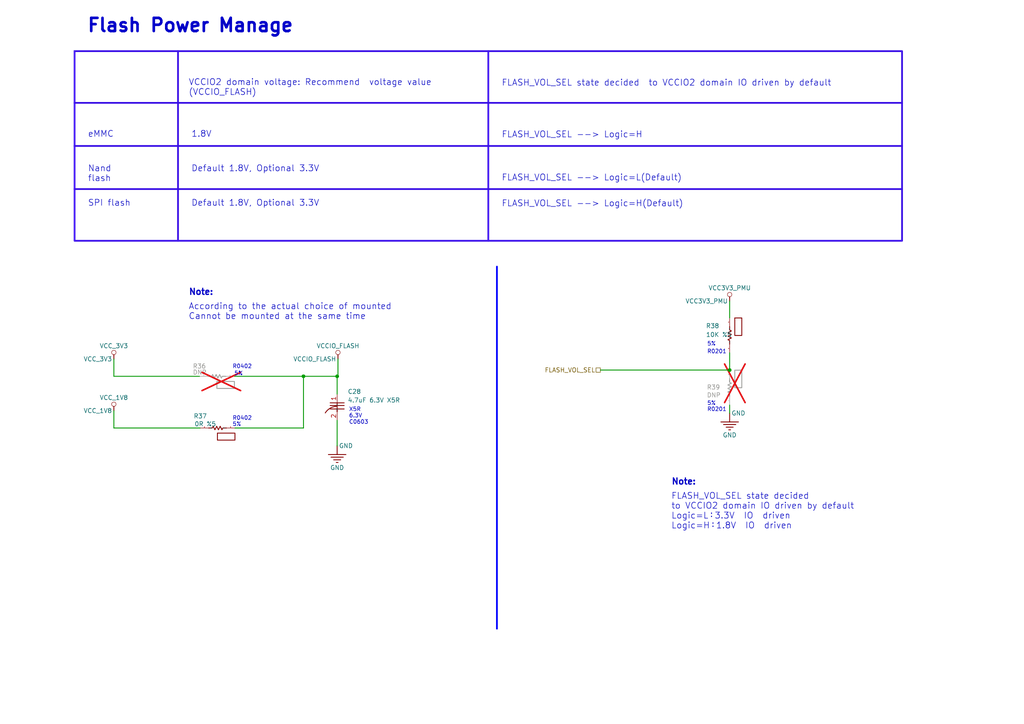
<source format=kicad_sch>
(kicad_sch (version 20230819) (generator eeschema)
  (paper "A4")
  (lib_symbols
    (symbol "cm3568 LPDDR4-altium-import:GND" (power)
      (property "Reference" "#PWR" (at 0 0 0))
      (property "Value" "GND" (at 0 6.35 0))
      (symbol "GND_0_0"
        (polyline (pts (xy -2.54 -2.54) (xy 2.54 -2.54)) (stroke (width 0.254)))
        (polyline (pts (xy -1.778 -3.302) (xy 1.778 -3.302)) (stroke (width 0.254)))
        (polyline (pts (xy -1.016 -4.064) (xy 1.016 -4.064)) (stroke (width 0.254)))
        (polyline (pts (xy -0.254 -4.826) (xy 0.254 -4.826)) (stroke (width 0.254)))
        (polyline (pts (xy 0 0) (xy 0 -2.54)) (stroke (width 0.254)))
        (pin power_in line (at 0 0 0) (length 0) (name "GND") (number ""))
      )
    )
    (symbol "cm3568 LPDDR4-altium-import:VCC3V3_PMU" (power)
      (property "Reference" "#PWR" (at 0 0 0))
      (property "Value" "VCC3V3_PMU" (at 0 3.81 0))
      (symbol "VCC3V3_PMU_0_0"
        (circle (center 0 -1.905) (radius 0.635) (stroke (width 0.127)))
        (polyline (pts (xy 0 0) (xy 0 -1.27)) (stroke (width 0.254)))
        (pin power_in line (at 0 0 0) (length 0) (name "VCC3V3_PMU") (number ""))
      )
    )
    (symbol "cm3568 LPDDR4-altium-import:VCCIO_FLASH" (power)
      (property "Reference" "#PWR" (at 0 0 0))
      (property "Value" "VCCIO_FLASH" (at 0 3.81 0))
      (symbol "VCCIO_FLASH_0_0"
        (circle (center 0 -1.905) (radius 0.635) (stroke (width 0.127)))
        (polyline (pts (xy 0 0) (xy 0 -1.27)) (stroke (width 0.254)))
        (pin power_in line (at 0 0 0) (length 0) (name "VCCIO_FLASH") (number ""))
      )
    )
    (symbol "cm3568 LPDDR4-altium-import:VCC_1V8" (power)
      (property "Reference" "#PWR" (at 0 0 0))
      (property "Value" "VCC_1V8" (at 0 3.81 0))
      (symbol "VCC_1V8_0_0"
        (circle (center 0 -1.905) (radius 0.635) (stroke (width 0.127)))
        (polyline (pts (xy 0 0) (xy 0 -1.27)) (stroke (width 0.254)))
        (pin power_in line (at 0 0 0) (length 0) (name "VCC_1V8") (number ""))
      )
    )
    (symbol "cm3568 LPDDR4-altium-import:VCC_3V3" (power)
      (property "Reference" "#PWR" (at 0 0 0))
      (property "Value" "VCC_3V3" (at 0 3.81 0))
      (symbol "VCC_3V3_0_0"
        (circle (center 0 -1.905) (radius 0.635) (stroke (width 0.127)))
        (polyline (pts (xy 0 0) (xy 0 -1.27)) (stroke (width 0.254)))
        (pin power_in line (at 0 0 0) (length 0) (name "VCC_3V3") (number ""))
      )
    )
    (symbol "cm3568 LPDDR4-altium-import:root_0_R0402_0R"
      (symbol "root_0_R0402_0R_1_0"
        (polyline (pts (xy 2.58 -0.04) (xy 1.564 -0.04) (xy 1.31 -0.548) (xy 0.802 0.468) (xy 0.294 -0.548) (xy -0.214 0.468) (xy -0.722 -0.548) (xy -1.23 0.468) (xy -1.484 -0.04) (xy -2.5 -0.04)) (stroke (width 0.254)))
        (rectangle (start 5.08 -1.524) (end 0 -3.556) (stroke (width 0.254)))
        (pin passive line (at -5.04 -0.04 0) (length 2.54) (name "1") (number "1"))
        (pin passive line (at 5.12 -0.04 180) (length 2.54) (name "2") (number "2"))
      )
    )
    (symbol "cm3568 LPDDR4-altium-import:root_0_R0402_NC"
      (symbol "root_0_R0402_NC_1_0"
        (polyline (pts (xy 2.58 -0.04) (xy 1.564 -0.04) (xy 1.31 -0.548) (xy 0.802 0.468) (xy 0.294 -0.548) (xy -0.214 0.468) (xy -0.722 -0.548) (xy -1.23 0.468) (xy -1.484 -0.04) (xy -2.5 -0.04)) (stroke (width 0.254)))
        (rectangle (start 5.08 -1.524) (end 0 -3.556) (stroke (width 0.254)))
        (pin passive line (at -5.04 -0.04 0) (length 2.54) (name "1") (number "1"))
        (pin passive line (at 5.12 -0.04 180) (length 2.54) (name "2") (number "2"))
      )
    )
    (symbol "cm3568 LPDDR4-altium-import:root_1_R0201_10K"
      (symbol "root_1_R0201_10K_1_0"
        (polyline (pts (xy 0.04 2.58) (xy 0.04 1.564) (xy 0.548 1.31) (xy -0.468 0.802) (xy 0.548 0.294) (xy -0.468 -0.214) (xy 0.548 -0.722) (xy -0.468 -1.23) (xy 0.04 -1.484) (xy 0.04 -2.5)) (stroke (width 0.254)))
        (rectangle (start 3.556 5.08) (end 1.524 0) (stroke (width 0.254)))
        (pin passive line (at 0.04 -5.04 90) (length 2.54) (name "1") (number "1"))
        (pin passive line (at 0.04 5.12 270) (length 2.54) (name "2") (number "2"))
      )
    )
    (symbol "cm3568 LPDDR4-altium-import:root_1_R0201_NC"
      (symbol "root_1_R0201_NC_1_0"
        (polyline (pts (xy 0.04 2.58) (xy 0.04 1.564) (xy 0.548 1.31) (xy -0.468 0.802) (xy 0.548 0.294) (xy -0.468 -0.214) (xy 0.548 -0.722) (xy -0.468 -1.23) (xy 0.04 -1.484) (xy 0.04 -2.5)) (stroke (width 0.254)))
        (rectangle (start 3.556 5.08) (end 1.524 0) (stroke (width 0.254)))
        (pin passive line (at 0.04 -5.04 90) (length 2.54) (name "1") (number "1"))
        (pin passive line (at 0.04 5.12 270) (length 2.54) (name "2") (number "2"))
      )
    )
    (symbol "cm3568 LPDDR4-altium-import:root_3_C0603_10uF"
      (symbol "root_3_C0603_10uF_1_0"
        (arc (start -4.5103 -1.5255) (mid -5.3375 -2.132) (end -5.9865 -2.9264) (stroke (width 0.254)))
        (arc (start -2.54 -1.016) (mid -3.5575 -1.1454) (end -4.5103 -1.5255) (stroke (width 0.254)))
        (polyline (pts (xy -4.572 -0.762) (xy -0.508 -0.762)) (stroke (width 0.254)))
        (polyline (pts (xy -4.572 0) (xy -0.508 0)) (stroke (width 0.254)))
        (polyline (pts (xy -2.54 -2.54) (xy -2.54 -1.778)) (stroke (width 0.254)))
        (polyline (pts (xy -2.54 -1.016) (xy -2.54 -2.54)) (stroke (width 0.254)))
        (polyline (pts (xy -2.54 0) (xy -2.54 -0.762)) (stroke (width 0.254)))
        (polyline (pts (xy -0.508 -1.778) (xy -4.572 -1.778)) (stroke (width 0.254)))
        (pin passive line (at -2.54 2.54 270) (length 2.54) (name "1") (number "1"))
        (pin passive line (at -2.54 -5.08 90) (length 2.54) (name "2") (number "2"))
      )
    )
  )
  (junction (at 88.02 109.14))
  (junction (at 211.63 107.336))
  (junction (at 97.79 109.14))
  (wire (pts (xy 174.13 107.336) (xy 211.63 107.336)) (stroke (width 0.254)))
  (wire (pts (xy 97.79 129.3) (xy 97.79 121.92)) (stroke (width 0.254)))
  (wire (pts (xy 57.86 109.14) (xy 33.02 109.14)) (stroke (width 0.254)))
  (wire (pts (xy 58.02 124.14) (xy 33.02 124.14)) (stroke (width 0.254)))
  (wire (pts (xy 33.02 124.14) (xy 33.02 119.14)) (stroke (width 0.254)))
  (polyline (pts (xy 51.63 14.836) (xy 51.63 69.836)) (stroke (width 0.508) (type solid) (color 56 13 230 1)))
  (wire (pts (xy 88.02 109.14) (xy 97.79 109.14)) (stroke (width 0.254)))
  (wire (pts (xy 88.02 124.14) (xy 88.02 109.14)) (stroke (width 0.254)))
  (wire (pts (xy 33.02 109.14) (xy 33.02 104.14)) (stroke (width 0.254)))
  (wire (pts (xy 211.63 107.336) (xy 211.63 102.336)) (stroke (width 0.254)))
  (polyline (pts (xy 21.63 29.836) (xy 261.63 29.836)) (stroke (width 0.508) (type solid) (color 56 13 230 1)))
  (wire (pts (xy 68.02 109.14) (xy 88.02 109.14)) (stroke (width 0.254)))
  (polyline (pts (xy 21.63 54.836) (xy 261.63 54.836)) (stroke (width 0.508) (type solid) (color 56 13 230 1)))
  (wire (pts (xy 68.18 124.14) (xy 88.02 124.14)) (stroke (width 0.254)))
  (wire (pts (xy 211.63 119.836) (xy 211.63 117.496)) (stroke (width 0.254)))
  (wire (pts (xy 211.63 92.176) (xy 211.63 87.336)) (stroke (width 0.254)))
  (polyline (pts (xy 144.13 77.336) (xy 144.13 182.336)) (stroke (width 0.508) (type solid) (color 0 0 255 1)))
  (wire (pts (xy 97.79 109.14) (xy 98.02 109.14)) (stroke (width 0.254)))
  (polyline (pts (xy 141.63 14.836) (xy 141.63 69.836)) (stroke (width 0.508) (type solid) (color 56 13 230 1)))
  (wire (pts (xy 97.79 114.3) (xy 97.79 109.14)) (stroke (width 0.254)))
  (polyline (pts (xy 21.63 42.336) (xy 261.63 42.336)) (stroke (width 0.508) (type solid) (color 56 13 230 1)))
  (wire (pts (xy 98.02 109.14) (xy 98.02 104.14)) (stroke (width 0.254)))
  (rectangle (start 261.63 14.836) (end 21.63 69.836) (stroke (width 0.508) (color 56 13 230 1)))
  (text_box "R0201" (at 204.216 100.33 0) (size 7.5 3.048) (stroke (width -0.0001) (color 0 0 0 1)) (effects (font (size 1.143 1.143)) (justify left top)))
  (text_box "SPI flash" (at 41.63 56.374 0) (size -17.5 5.962) (stroke (width -0.0001) (color 0 0 0 1)) (effects (font (size 1.778 1.778)) (justify left top)))
  (text_box "R0402" (at 66.548 104.648 0) (size 7.5 3.048) (stroke (width -0.0001) (color 0 0 0 1)) (effects (font (size 1.143 1.143)) (justify left top)))
  (text_box "Flash Power Manage" (at 116.194 2.186 0) (size -94 10.16) (stroke (width -0.0001) (color 0 0 0 1)) (effects (font (size 3.81 3.81) bold) (justify left top)))
  (text_box "5%" (at 66.548 121.412 0) (size 5.922 5.294) (stroke (width -0.0001) (color 0 0 0 1)) (effects (font (size 1.143 1.143)) (justify left top)))
  (text_box "X5R\n6.3V\nC0603" (at 100.33 117.094 0) (size 7.5 8.048) (stroke (width -0.0001) (color 0 0 0 1)) (effects (font (size 1.143 1.143)) (justify left top)))
  (text_box "Nand flash" (at 41.63 46.374 0) (size -17.5 5.962) (stroke (width -0.0001) (color 0 0 0 1)) (effects (font (size 1.778 1.778)) (justify left top)))
  (text_box "FLASH_VOL_SEL state decided  to VCCIO2 domain IO driven by default" (at 244.13 21.53 0) (size -100 8.306) (stroke (width -0.0001) (color 0 0 0 1)) (effects (font (size 1.778 1.778)) (justify left top)))
  (text_box "Note:" (at 203.242 137.216 0) (size -9.906 4.492) (stroke (width -0.0001) (color 0 0 0 1)) (effects (font (size 1.778 1.778) bold) (justify left top)))
  (text_box "5%" (at 67.056 106.68 0) (size 5.922 5.294) (stroke (width -0.0001) (color 0 0 0 1)) (effects (font (size 1.143 1.143)) (justify left top)))
  (text_box "Default 1.8V, Optional 3.3V" (at 129.13 56.374 0) (size -75 5.962) (stroke (width -0.0001) (color 0 0 0 1)) (effects (font (size 1.778 1.778)) (justify left top)))
  (text_box "eMMC" (at 37.424 36.374 0) (size -13.294 5.962) (stroke (width -0.0001) (color 0 0 0 1)) (effects (font (size 1.778 1.778)) (justify left top)))
  (text_box "FLASH_VOL_SEL --> Logic=H(Default)" (at 244.13 56.53 0) (size -100 8.306) (stroke (width -0.0001) (color 0 0 0 1)) (effects (font (size 1.778 1.778)) (justify left top)))
  (text_box "VCCIO2 domain voltage: Recommend  voltage value\n(VCCIO_FLASH)" (at 134.13 21.374 0) (size -80.794 8.306) (stroke (width -0.0001) (color 56 13 230 1)) (effects (font (size 1.778 1.778)) (justify left top)))
  (text_box "FLASH_VOL_SEL --> Logic=H" (at 244.13 36.53 0) (size -100 8.306) (stroke (width -0.0001) (color 0 0 0 1)) (effects (font (size 1.778 1.778)) (justify left top)))
  (text_box "1.8V" (at 67.424 36.374 0) (size -13.294 5.962) (stroke (width -0.0001) (color 0 0 0 1)) (effects (font (size 1.778 1.778)) (justify left top)))
  (text_box "5%" (at 204.216 115.316 0) (size 5 2.794) (stroke (width -0.0001) (color 0 0 0 1)) (effects (font (size 1.143 1.143)) (justify left top)))
  (text_box "FLASH_VOL_SEL --> Logic=L(Default)" (at 244.13 49.03 0) (size -100 8.306) (stroke (width -0.0001) (color 0 0 0 1)) (effects (font (size 1.778 1.778)) (justify left top)))
  (text_box "5%" (at 204.216 98.084 0) (size 5 2.794) (stroke (width -0.0001) (color 0 0 0 1)) (effects (font (size 1.143 1.143)) (justify left top)))
  (text_box "FLASH_VOL_SEL state decided\nto VCCIO2 domain IO driven by default\nLogic=L：3.3V  IO  driven\nLogic=H：1.8V  IO  driven" (at 259.13 141.374 0) (size -65.794 15.962) (stroke (width -0.0001) (color 0 0 0 1)) (effects (font (size 1.778 1.778)) (justify left top)))
  (text_box "R0402" (at 66.548 119.634 0) (size 7.5 3.048) (stroke (width -0.0001) (color 0 0 0 1)) (effects (font (size 1.143 1.143)) (justify left top)))
  (text_box "Note:" (at 63.242 82.216 0) (size -9.906 4.492) (stroke (width -0.0001) (color 0 0 0 1)) (effects (font (size 1.778 1.778) bold) (justify left top)))
  (text_box "According to the actual choice of mounted\nCannot be mounted at the same time" (at 53.336 86.374 0) (size 62.5 8.306) (stroke (width -0.0001) (color 0 0 0 1)) (effects (font (size 1.778 1.778)) (justify left top)))
  (text_box "R0201" (at 204.216 117.094 0) (size 7.5 3.048) (stroke (width -0.0001) (color 0 0 0 1)) (effects (font (size 1.143 1.143)) (justify left top)))
  (text_box "Default 1.8V, Optional 3.3V" (at 124.13 46.374 0) (size -70 5.962) (stroke (width -0.0001) (color 0 0 0 1)) (effects (font (size 1.778 1.778)) (justify left top)))
  (hierarchical_label "FLASH_VOL_SEL" (shape passive) (at 174.13 107.336 180))
  (symbol (lib_id "cm3568 LPDDR4-altium-import:GND") (at 97.79 129.3 0) (unit 1)
    (property "Reference" "#PWR079" (effects hide))
    (property "Value" "GND" (at 97.79 135.65 0))
    (instances (project "CM3568" (path "" (reference "#PWR079") (unit 1))) (project "cm3568 LPDDR4" (path "" (reference "#PWR?") (unit 1))))
  )
  (symbol (lib_id "cm3568 LPDDR4-altium-import:root_0_R0402_0R") (at 63.06 124.1 0) (unit 1)
    (property "Reference" "R37" (at 56.134 121.412 0) (effects (justify left bottom)))
    (property "Value" "0R %5" (at 56.388 123.698 0) (effects (justify left bottom)))
    (property "Footprint" "Resistor_SMD:R_0402_1005Metric" (effects hide))
    (instances (project "CM3568" (path "" (reference "R37") (unit 1))) (project "cm3568 LPDDR4" (path "" (reference "R65") (unit 1))))
  )
  (symbol (lib_id "cm3568 LPDDR4-altium-import:GND") (at 211.63 119.836 0) (unit 1)
    (property "Reference" "#PWR081" (effects hide))
    (property "Value" "GND" (at 211.63 126.186 0))
    (instances (project "CM3568" (path "" (reference "#PWR081") (unit 1))) (project "cm3568 LPDDR4" (path "" (reference "#PWR?") (unit 1))))
  )
  (symbol (lib_id "cm3568 LPDDR4-altium-import:root_1_R0201_10K") (at 211.59 97.296 0) (unit 1)
    (property "Reference" "R38" (at 204.724 95.25 0) (effects (justify left bottom)))
    (property "Value" "10K %5" (at 204.724 97.79 0) (effects (justify left bottom)))
    (property "Footprint" "Resistor_SMD:R_0201_0603Metric" (effects hide))
    (instances (project "CM3568" (path "" (reference "R38") (unit 1))) (project "cm3568 LPDDR4" (path "" (reference "R66") (unit 1))))
  )
  (symbol (lib_id "cm3568 LPDDR4-altium-import:root_3_C0603_10uF") (at 100.33 116.84 0) (unit 1)
    (property "Reference" "C28" (at 100.838 114.3 0) (effects (justify left bottom)))
    (property "Value" "4.7uF 6.3V X5R" (at 100.838 116.8 0) (effects (justify left bottom)))
    (property "Footprint" "Capacitor_SMD:C_0603_1608Metric" (effects hide))
    (instances (project "CM3568" (path "" (reference "C28") (unit 1))) (project "cm3568 LPDDR4" (path "" (reference "C164") (unit 1))))
  )
  (symbol (lib_id "cm3568 LPDDR4-altium-import:VCC_3V3") (at 33.02 104.14 180) (unit 1)
    (property "Reference" "#PWR076" (effects hide))
    (property "Value" "VCC_3V3" (at 33.02 100.33 0))
    (instances (project "CM3568" (path "" (reference "#PWR076") (unit 1))) (project "cm3568 LPDDR4" (path "" (reference "#PWR?") (unit 1))))
  )
  (symbol (lib_id "cm3568 LPDDR4-altium-import:VCC3V3_PMU") (at 211.63 87.336 180) (unit 1)
    (property "Reference" "#PWR080" (effects hide))
    (property "Value" "VCC3V3_PMU" (at 211.63 83.526 0))
    (instances (project "CM3568" (path "" (reference "#PWR080") (unit 1))) (project "cm3568 LPDDR4" (path "" (reference "#PWR?") (unit 1))))
  )
  (symbol (lib_id "cm3568 LPDDR4-altium-import:VCC_1V8") (at 33.02 119.14 180) (unit 1)
    (property "Reference" "#PWR077" (effects hide))
    (property "Value" "VCC_1V8" (at 33.02 115.33 0))
    (instances (project "CM3568" (path "" (reference "#PWR077") (unit 1))) (project "cm3568 LPDDR4" (path "" (reference "#PWR?") (unit 1))))
  )
  (symbol (lib_id "cm3568 LPDDR4-altium-import:VCCIO_FLASH") (at 98.02 104.14 180) (unit 1)
    (property "Reference" "#PWR078" (effects hide))
    (property "Value" "VCCIO_FLASH" (at 98.02 100.33 0))
    (instances (project "CM3568" (path "" (reference "#PWR078") (unit 1))) (project "cm3568 LPDDR4" (path "" (reference "#PWR?") (unit 1))))
  )
  (symbol (lib_id "cm3568 LPDDR4-altium-import:root_0_R0402_NC") (at 62.9 109.1 0) (unit 1) (dnp yes)
    (property "Reference" "R36" (at 55.88 106.934 0) (effects (justify left bottom)))
    (property "Value" "DNP" (at 55.88 108.712 0) (effects (justify left bottom)))
    (property "Footprint" "Resistor_SMD:R_0402_1005Metric" (effects hide))
    (property "MPN" "DNP" (effects hide))
    (instances (project "CM3568" (path "" (reference "R36") (unit 1))) (project "cm3568 LPDDR4" (path "" (reference "R64") (unit 1))))
  )
  (symbol (lib_id "cm3568 LPDDR4-altium-import:root_1_R0201_NC") (at 211.59 112.456 0) (unit 1) (dnp yes)
    (property "Reference" "R39" (at 204.978 113.03 0) (effects (justify left bottom)))
    (property "Value" "DNP" (at 204.978 115.316 0) (effects (justify left bottom)))
    (property "Footprint" "Resistor_SMD:R_0201_0603Metric" (effects hide))
    (property "MPN" "DNP" (effects hide))
    (instances (project "CM3568" (path "" (reference "R39") (unit 1))) (project "cm3568 LPDDR4" (path "" (reference "R67") (unit 1))))
  )
)
</source>
